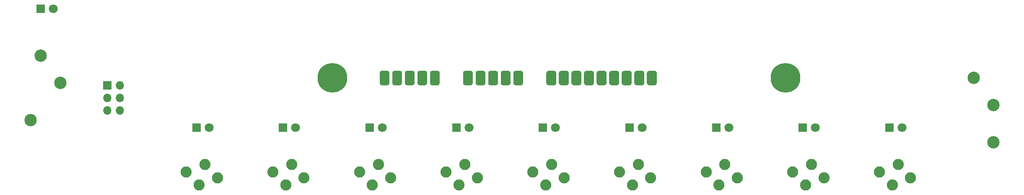
<source format=gbs>
G04 #@! TF.GenerationSoftware,KiCad,Pcbnew,(5.1.7)-1*
G04 #@! TF.CreationDate,2022-04-05T13:22:44+02:00*
G04 #@! TF.ProjectId,saba_924x_tipp-tasten-modul,73616261-5f39-4323-9478-5f746970702d,rev?*
G04 #@! TF.SameCoordinates,Original*
G04 #@! TF.FileFunction,Soldermask,Bot*
G04 #@! TF.FilePolarity,Negative*
%FSLAX46Y46*%
G04 Gerber Fmt 4.6, Leading zero omitted, Abs format (unit mm)*
G04 Created by KiCad (PCBNEW (5.1.7)-1) date 2022-04-05 13:22:44*
%MOMM*%
%LPD*%
G01*
G04 APERTURE LIST*
%ADD10C,2.500000*%
%ADD11C,2.250000*%
%ADD12R,1.800000X1.800000*%
%ADD13C,1.800000*%
%ADD14R,1.700000X1.700000*%
%ADD15O,1.700000X1.700000*%
%ADD16C,6.000000*%
G04 APERTURE END LIST*
D10*
X25500000Y-32500000D03*
X29500000Y-38000000D03*
D11*
X61250000Y-57200000D03*
X57550000Y-58600000D03*
X54950000Y-56000000D03*
X58750000Y-54500000D03*
X201250000Y-57200000D03*
X197550000Y-58600000D03*
X194950000Y-56000000D03*
X198750000Y-54500000D03*
X96250000Y-57200000D03*
X92550000Y-58600000D03*
X89950000Y-56000000D03*
X93750000Y-54500000D03*
X113750000Y-57200000D03*
X110050000Y-58600000D03*
X107450000Y-56000000D03*
X111250000Y-54500000D03*
X148750000Y-57200000D03*
X145050000Y-58600000D03*
X142450000Y-56000000D03*
X146250000Y-54500000D03*
X166250000Y-57200000D03*
X162550000Y-58600000D03*
X159950000Y-56000000D03*
X163750000Y-54500000D03*
X131250000Y-57200000D03*
X127550000Y-58600000D03*
X124950000Y-56000000D03*
X128750000Y-54500000D03*
X183750000Y-57200000D03*
X180050000Y-58600000D03*
X177450000Y-56000000D03*
X181250000Y-54500000D03*
X78750000Y-57200000D03*
X75050000Y-58600000D03*
X72450000Y-56000000D03*
X76250000Y-54500000D03*
D12*
X74500000Y-47000000D03*
D13*
X77040000Y-47000000D03*
D14*
X39000000Y-38500000D03*
D15*
X41540000Y-38500000D03*
X39000000Y-41040000D03*
X41540000Y-41040000D03*
X39000000Y-43580000D03*
X41540000Y-43580000D03*
D10*
X218000000Y-50000000D03*
X214000000Y-37000000D03*
X218000000Y-42500000D03*
X23500000Y-45500000D03*
G36*
G01*
X104160000Y-38000000D02*
X104160000Y-36000000D01*
G75*
G02*
X104660000Y-35500000I500000J0D01*
G01*
X105660000Y-35500000D01*
G75*
G02*
X106160000Y-36000000I0J-500000D01*
G01*
X106160000Y-38000000D01*
G75*
G02*
X105660000Y-38500000I-500000J0D01*
G01*
X104660000Y-38500000D01*
G75*
G02*
X104160000Y-38000000I0J500000D01*
G01*
G37*
G36*
G01*
X101620000Y-38000000D02*
X101620000Y-36000000D01*
G75*
G02*
X102120000Y-35500000I500000J0D01*
G01*
X103120000Y-35500000D01*
G75*
G02*
X103620000Y-36000000I0J-500000D01*
G01*
X103620000Y-38000000D01*
G75*
G02*
X103120000Y-38500000I-500000J0D01*
G01*
X102120000Y-38500000D01*
G75*
G02*
X101620000Y-38000000I0J500000D01*
G01*
G37*
G36*
G01*
X99080000Y-38000000D02*
X99080000Y-36000000D01*
G75*
G02*
X99580000Y-35500000I500000J0D01*
G01*
X100580000Y-35500000D01*
G75*
G02*
X101080000Y-36000000I0J-500000D01*
G01*
X101080000Y-38000000D01*
G75*
G02*
X100580000Y-38500000I-500000J0D01*
G01*
X99580000Y-38500000D01*
G75*
G02*
X99080000Y-38000000I0J500000D01*
G01*
G37*
G36*
G01*
X96540000Y-38000000D02*
X96540000Y-36000000D01*
G75*
G02*
X97040000Y-35500000I500000J0D01*
G01*
X98040000Y-35500000D01*
G75*
G02*
X98540000Y-36000000I0J-500000D01*
G01*
X98540000Y-38000000D01*
G75*
G02*
X98040000Y-38500000I-500000J0D01*
G01*
X97040000Y-38500000D01*
G75*
G02*
X96540000Y-38000000I0J500000D01*
G01*
G37*
G36*
G01*
X94000000Y-38000000D02*
X94000000Y-36000000D01*
G75*
G02*
X94500000Y-35500000I500000J0D01*
G01*
X95500000Y-35500000D01*
G75*
G02*
X96000000Y-36000000I0J-500000D01*
G01*
X96000000Y-38000000D01*
G75*
G02*
X95500000Y-38500000I-500000J0D01*
G01*
X94500000Y-38500000D01*
G75*
G02*
X94000000Y-38000000I0J500000D01*
G01*
G37*
G36*
G01*
X121000000Y-38000000D02*
X121000000Y-36000000D01*
G75*
G02*
X121500000Y-35500000I500000J0D01*
G01*
X122500000Y-35500000D01*
G75*
G02*
X123000000Y-36000000I0J-500000D01*
G01*
X123000000Y-38000000D01*
G75*
G02*
X122500000Y-38500000I-500000J0D01*
G01*
X121500000Y-38500000D01*
G75*
G02*
X121000000Y-38000000I0J500000D01*
G01*
G37*
G36*
G01*
X118460000Y-38000000D02*
X118460000Y-36000000D01*
G75*
G02*
X118960000Y-35500000I500000J0D01*
G01*
X119960000Y-35500000D01*
G75*
G02*
X120460000Y-36000000I0J-500000D01*
G01*
X120460000Y-38000000D01*
G75*
G02*
X119960000Y-38500000I-500000J0D01*
G01*
X118960000Y-38500000D01*
G75*
G02*
X118460000Y-38000000I0J500000D01*
G01*
G37*
G36*
G01*
X115920000Y-38000000D02*
X115920000Y-36000000D01*
G75*
G02*
X116420000Y-35500000I500000J0D01*
G01*
X117420000Y-35500000D01*
G75*
G02*
X117920000Y-36000000I0J-500000D01*
G01*
X117920000Y-38000000D01*
G75*
G02*
X117420000Y-38500000I-500000J0D01*
G01*
X116420000Y-38500000D01*
G75*
G02*
X115920000Y-38000000I0J500000D01*
G01*
G37*
G36*
G01*
X113380000Y-38000000D02*
X113380000Y-36000000D01*
G75*
G02*
X113880000Y-35500000I500000J0D01*
G01*
X114880000Y-35500000D01*
G75*
G02*
X115380000Y-36000000I0J-500000D01*
G01*
X115380000Y-38000000D01*
G75*
G02*
X114880000Y-38500000I-500000J0D01*
G01*
X113880000Y-38500000D01*
G75*
G02*
X113380000Y-38000000I0J500000D01*
G01*
G37*
G36*
G01*
X110840000Y-38000000D02*
X110840000Y-36000000D01*
G75*
G02*
X111340000Y-35500000I500000J0D01*
G01*
X112340000Y-35500000D01*
G75*
G02*
X112840000Y-36000000I0J-500000D01*
G01*
X112840000Y-38000000D01*
G75*
G02*
X112340000Y-38500000I-500000J0D01*
G01*
X111340000Y-38500000D01*
G75*
G02*
X110840000Y-38000000I0J500000D01*
G01*
G37*
G36*
G01*
X148000000Y-38000000D02*
X148000000Y-36000000D01*
G75*
G02*
X148500000Y-35500000I500000J0D01*
G01*
X149500000Y-35500000D01*
G75*
G02*
X150000000Y-36000000I0J-500000D01*
G01*
X150000000Y-38000000D01*
G75*
G02*
X149500000Y-38500000I-500000J0D01*
G01*
X148500000Y-38500000D01*
G75*
G02*
X148000000Y-38000000I0J500000D01*
G01*
G37*
G36*
G01*
X145460000Y-38000000D02*
X145460000Y-36000000D01*
G75*
G02*
X145960000Y-35500000I500000J0D01*
G01*
X146960000Y-35500000D01*
G75*
G02*
X147460000Y-36000000I0J-500000D01*
G01*
X147460000Y-38000000D01*
G75*
G02*
X146960000Y-38500000I-500000J0D01*
G01*
X145960000Y-38500000D01*
G75*
G02*
X145460000Y-38000000I0J500000D01*
G01*
G37*
G36*
G01*
X142920000Y-38000000D02*
X142920000Y-36000000D01*
G75*
G02*
X143420000Y-35500000I500000J0D01*
G01*
X144420000Y-35500000D01*
G75*
G02*
X144920000Y-36000000I0J-500000D01*
G01*
X144920000Y-38000000D01*
G75*
G02*
X144420000Y-38500000I-500000J0D01*
G01*
X143420000Y-38500000D01*
G75*
G02*
X142920000Y-38000000I0J500000D01*
G01*
G37*
G36*
G01*
X140380000Y-38000000D02*
X140380000Y-36000000D01*
G75*
G02*
X140880000Y-35500000I500000J0D01*
G01*
X141880000Y-35500000D01*
G75*
G02*
X142380000Y-36000000I0J-500000D01*
G01*
X142380000Y-38000000D01*
G75*
G02*
X141880000Y-38500000I-500000J0D01*
G01*
X140880000Y-38500000D01*
G75*
G02*
X140380000Y-38000000I0J500000D01*
G01*
G37*
G36*
G01*
X137840000Y-38000000D02*
X137840000Y-36000000D01*
G75*
G02*
X138340000Y-35500000I500000J0D01*
G01*
X139340000Y-35500000D01*
G75*
G02*
X139840000Y-36000000I0J-500000D01*
G01*
X139840000Y-38000000D01*
G75*
G02*
X139340000Y-38500000I-500000J0D01*
G01*
X138340000Y-38500000D01*
G75*
G02*
X137840000Y-38000000I0J500000D01*
G01*
G37*
G36*
G01*
X135300000Y-38000000D02*
X135300000Y-36000000D01*
G75*
G02*
X135800000Y-35500000I500000J0D01*
G01*
X136800000Y-35500000D01*
G75*
G02*
X137300000Y-36000000I0J-500000D01*
G01*
X137300000Y-38000000D01*
G75*
G02*
X136800000Y-38500000I-500000J0D01*
G01*
X135800000Y-38500000D01*
G75*
G02*
X135300000Y-38000000I0J500000D01*
G01*
G37*
G36*
G01*
X132760000Y-38000000D02*
X132760000Y-36000000D01*
G75*
G02*
X133260000Y-35500000I500000J0D01*
G01*
X134260000Y-35500000D01*
G75*
G02*
X134760000Y-36000000I0J-500000D01*
G01*
X134760000Y-38000000D01*
G75*
G02*
X134260000Y-38500000I-500000J0D01*
G01*
X133260000Y-38500000D01*
G75*
G02*
X132760000Y-38000000I0J500000D01*
G01*
G37*
G36*
G01*
X130220000Y-38000000D02*
X130220000Y-36000000D01*
G75*
G02*
X130720000Y-35500000I500000J0D01*
G01*
X131720000Y-35500000D01*
G75*
G02*
X132220000Y-36000000I0J-500000D01*
G01*
X132220000Y-38000000D01*
G75*
G02*
X131720000Y-38500000I-500000J0D01*
G01*
X130720000Y-38500000D01*
G75*
G02*
X130220000Y-38000000I0J500000D01*
G01*
G37*
G36*
G01*
X127680000Y-38000000D02*
X127680000Y-36000000D01*
G75*
G02*
X128180000Y-35500000I500000J0D01*
G01*
X129180000Y-35500000D01*
G75*
G02*
X129680000Y-36000000I0J-500000D01*
G01*
X129680000Y-38000000D01*
G75*
G02*
X129180000Y-38500000I-500000J0D01*
G01*
X128180000Y-38500000D01*
G75*
G02*
X127680000Y-38000000I0J500000D01*
G01*
G37*
D12*
X197000000Y-47000000D03*
D13*
X199540000Y-47000000D03*
D12*
X162000000Y-47000000D03*
D13*
X164540000Y-47000000D03*
D12*
X144500000Y-47000000D03*
D13*
X147040000Y-47000000D03*
D12*
X109500000Y-47000000D03*
D13*
X112040000Y-47000000D03*
D12*
X179500000Y-47000000D03*
D13*
X182040000Y-47000000D03*
D12*
X127000000Y-47000000D03*
D13*
X129540000Y-47000000D03*
D12*
X92000000Y-47000000D03*
D13*
X94540000Y-47000000D03*
D12*
X25500000Y-23000000D03*
D13*
X28040000Y-23000000D03*
D16*
X176000000Y-37000000D03*
X84500000Y-37000000D03*
D12*
X57000000Y-47000000D03*
D13*
X59540000Y-47000000D03*
M02*

</source>
